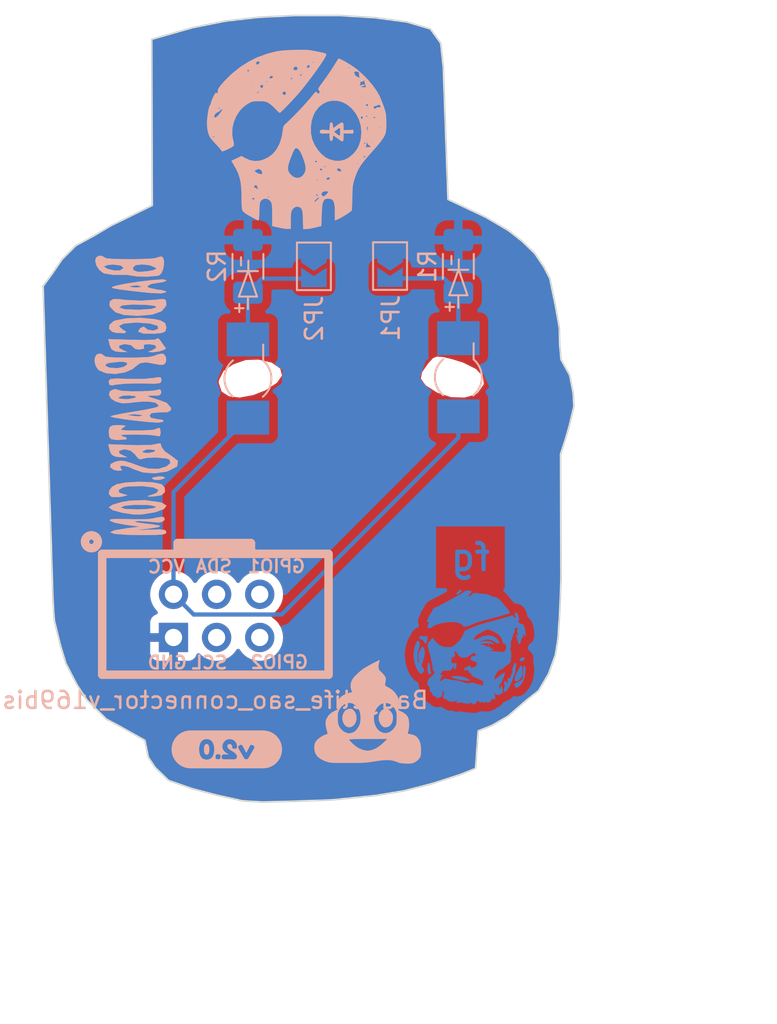
<source format=kicad_pcb>
(kicad_pcb (version 20221018) (generator pcbnew)
  (layers (0 "F.Cu" signal) (31 "B.Cu" signal) (34 "B.Paste" user) (35 "F.Paste" user) (36 "B.SilkS" user "B.Silkscreen") (37 "F.SilkS" user "F.Silkscreen") (38 "B.Mask" user) (39 "F.Mask" user) (44 "Edge.Cuts" user))
  (net 0 "")
  (net 1 "GND")
  (net 2 "+3V3")
  (net 3 "Net-(D1-K)")
  (net 4 "Net-(D2-K)")
  (footprint "local:HankPP_F.Mask" (layer "F.Cu") (at 179.8574 98.5266)
    (fp_text reference "G***" hide)
    (fp_text value "LOGO" hide)
  )
  (footprint "BadgePirates:LED_Osram_Lx_P47F_D2mm_ReverseMount_Proper_Mask Only" (layer "F.Cu") (at 188.849 96.6978 90)
    (fp_text reference "D1" hide)
    (fp_text value "LED")
  )
  (footprint "BadgePiratesLogo:FG_B.Cu" (layer "F.Cu") (at 189.5602 112.3696)
    (fp_text reference "G***" hide)
    (fp_text value "fg")
  )
  (footprint "BadgePirates:Badgelife-SAOv169-BADGE-2x3_Back" (layer "F.Cu") (at 174.2186 110.8202)
    (fp_text reference "X1" hide)
    (fp_text value "Badgelife_sao_connector_v169bis")
  )
  (footprint "BadgePirates:LED_Osram_Lx_P47F_D2mm_ReverseMount_Proper_Mask Only" (layer "F.Cu") (at 176.4538 96.774 90)
    (fp_text reference "D2" hide)
    (fp_text value "LED")
  )
  (footprint "BadgePiratesLogo:BPSkull_Distressed_B.SILK" (layer "F.Cu") (at 179.3494 82.7024)
    (fp_text reference "G***" hide)
    (fp_text value "BP Logo" hide)
  )
  (footprint "BadgePiratesLogo:BadgePiratesURL_B.SLK" (layer "F.Cu") (at 170.5864 97.7646 90)
    (fp_text reference "G***" hide)
    (fp_text value "LOGO" hide)
  )
  (footprint "BadgePiratesLogo:shitty_B.SLK" (layer "F.Cu") (at 183.4388 116.2304)
    (fp_text reference "G***" hide)
    (fp_text value "LOGO" hide)
  )
  (footprint "kibuzzard-62A4E406" (layer "B.Cu") (at 175.2092 118.5926 180)
    (fp_text reference "kibuzzard-62A4E406" hide)
    (fp_text value "G***" hide)
  )
  (footprint "Resistor_SMD:R_1206_3216Metric_Pad1.30x1.75mm_HandSolder" (layer "B.Cu") (at 176.4538 90.17 -90)
    (fp_text reference "R2")
    (fp_text value "68.1")
  )
  (footprint "Jumper:SolderJumper-2_P1.3mm_Open_TrianglePad1.0x1.5mm" (layer "B.Cu") (at 184.825476 90.155298 -90)
    (fp_text reference "JP1")
    (fp_text value "JUMPER-SMT_2_NO" hide)
  )
  (footprint "Resistor_SMD:R_1206_3216Metric_Pad1.30x1.75mm_HandSolder" (layer "B.Cu") (at 188.849 90.17 -90)
    (fp_text reference "R1")
    (fp_text value "68.1")
  )
  (footprint "Jumper:SolderJumper-2_P1.3mm_Open_TrianglePad1.0x1.5mm" (layer "B.Cu") (at 180.34 90.17 -90)
    (fp_text reference "JP2")
    (fp_text value "JUMPER-SMT_2_NO" hide)
  )
  (gr_line (start 170.815 86.5886) (end 170.7896 76.8096) (stroke (width 0.1)) (layer "Edge.Cuts"))
  (gr_line (start 164.9476 90.5764) (end 165.5064 89.7636) (stroke (width 0.1)) (layer "Edge.Cuts"))
  (gr_line (start 193.8782 90.1954) (end 194.2338 90.8812) (stroke (width 0.1)) (layer "Edge.Cuts"))
  (gr_line (start 179.2224 75.4126) (end 181.8894 75.4126) (stroke (width 0.1)) (layer "Edge.Cuts"))
  (gr_line (start 192.6082 88.6968) (end 193.3448 89.408) (stroke (width 0.1)) (layer "Edge.Cuts"))
  (gr_line (start 193.3448 89.408) (end 193.8782 90.1954) (stroke (width 0.1)) (layer "Edge.Cuts"))
  (gr_line (start 170.5864 119.0498) (end 170.3832 118.0592) (stroke (width 0.1)) (layer "Edge.Cuts"))
  (gr_line (start 194.8942 95.6564) (end 195.4022 96.5708) (stroke (width 0.1)) (layer "Edge.Cuts"))
  (gr_line (start 191.77 116.6368) (end 190.8048 117.1956) (stroke (width 0.1)) (layer "Edge.Cuts"))
  (gr_line (start 187.96 78.4352) (end 188.2394 86.233) (stroke (width 0.1)) (layer "Edge.Cuts"))
  (gr_line (start 179.2478 121.6406) (end 177.292 121.6914) (stroke (width 0.1)) (layer "Edge.Cuts"))
  (gr_line (start 174.625 121.285) (end 173.1772 120.904) (stroke (width 0.1)) (layer "Edge.Cuts"))
  (gr_line (start 194.564 92.4814) (end 194.7926 93.7768) (stroke (width 0.1)) (layer "Edge.Cuts"))
  (gr_line (start 170.9928 119.6594) (end 170.5864 119.0498) (stroke (width 0.1)) (layer "Edge.Cuts"))
  (gr_line (start 183.9468 121.3104) (end 181.4068 121.5644) (stroke (width 0.1)) (layer "Edge.Cuts"))
  (gr_line (start 192.8876 115.6716) (end 191.77 116.6368) (stroke (width 0.1)) (layer "Edge.Cuts"))
  (gr_line (start 194.2338 90.8812) (end 194.564 92.4814) (stroke (width 0.1)) (layer "Edge.Cuts"))
  (gr_line (start 171.7802 120.4214) (end 170.9928 119.6594) (stroke (width 0.1)) (layer "Edge.Cuts"))
  (gr_line (start 166.3192 88.9508) (end 167.4368 88.3412) (stroke (width 0.1)) (layer "Edge.Cuts"))
  (gr_line (start 167.4368 88.3412) (end 168.3766 87.7824) (stroke (width 0.1)) (layer "Edge.Cuts"))
  (gr_line (start 173.2026 76.1238) (end 175.1076 75.7428) (stroke (width 0.1)) (layer "Edge.Cuts"))
  (gr_line (start 187.198 76.2) (end 187.8076 77.0382) (stroke (width 0.1)) (layer "Edge.Cuts"))
  (gr_line (start 195.1482 100.3554) (end 194.8688 101.219) (stroke (width 0.1)) (layer "Edge.Cuts"))
  (gr_line (start 195.6054 97.5868) (end 195.6562 98.3996) (stroke (width 0.1)) (layer "Edge.Cuts"))
  (gr_line (start 191.7954 88.0618) (end 192.6082 88.6968) (stroke (width 0.1)) (layer "Edge.Cuts"))
  (gr_line (start 168.9354 117.2464) (end 168.1226 116.8146) (stroke (width 0.1)) (layer "Edge.Cuts"))
  (gr_line (start 164.973 109.855) (end 164.3888 91.3384) (stroke (width 0.1)) (layer "Edge.Cuts"))
  (gr_line (start 195.3768 99.568) (end 195.1482 100.3554) (stroke (width 0.1)) (layer "Edge.Cuts"))
  (gr_line (start 181.4068 121.5644) (end 179.2478 121.6406) (stroke (width 0.1)) (layer "Edge.Cuts"))
  (gr_line (start 170.3832 118.0592) (end 168.9354 117.2464) (stroke (width 0.1)) (layer "Edge.Cuts"))
  (gr_line (start 168.1226 116.8146) (end 166.9796 115.697) (stroke (width 0.1)) (layer "Edge.Cuts"))
  (gr_line (start 194.1576 114.1476) (end 193.5734 115.1382) (stroke (width 0.1)) (layer "Edge.Cuts"))
  (gr_line (start 187.8076 77.0382) (end 187.96 78.4352) (stroke (width 0.1)) (layer "Edge.Cuts"))
  (gr_line (start 194.8942 108.585) (end 194.818 110.5408) (stroke (width 0.1)) (layer "Edge.Cuts"))
  (gr_line (start 173.1772 120.904) (end 171.7802 120.4214) (stroke (width 0.1)) (layer "Edge.Cuts"))
  (gr_line (start 166.9796 115.697) (end 166.3954 114.808) (stroke (width 0.1)) (layer "Edge.Cuts"))
  (gr_line (start 188.2394 86.233) (end 190.4492 87.2744) (stroke (width 0.1)) (layer "Edge.Cuts"))
  (gr_line (start 166.3954 114.808) (end 165.735 113.538) (stroke (width 0.1)) (layer "Edge.Cuts"))
  (gr_line (start 183.9468 75.5396) (end 185.8264 75.7936) (stroke (width 0.1)) (layer "Edge.Cuts"))
  (gr_line (start 165.4048 112.4458) (end 165.0492 110.998) (stroke (width 0.1)) (layer "Edge.Cuts"))
  (gr_line (start 194.818 110.5408) (end 194.7164 112.0902) (stroke (width 0.1)) (layer "Edge.Cuts"))
  (gr_line (start 165.5064 89.7636) (end 166.3192 88.9508) (stroke (width 0.1)) (layer "Edge.Cuts"))
  (gr_line (start 190.0174 117.5004) (end 189.865 119.7102) (stroke (width 0.1)) (layer "Edge.Cuts"))
  (gr_line (start 193.5734 115.1382) (end 192.8876 115.6716) (stroke (width 0.1)) (layer "Edge.Cuts"))
  (gr_line (start 194.818 94.7928) (end 194.8942 95.6564) (stroke (width 0.1)) (layer "Edge.Cuts"))
  (gr_line (start 175.1076 75.7428) (end 177.0888 75.5142) (stroke (width 0.1)) (layer "Edge.Cuts"))
  (gr_line (start 195.4022 96.5708) (end 195.6054 97.5868) (stroke (width 0.1)) (layer "Edge.Cuts"))
  (gr_line (start 194.7926 93.7768) (end 194.818 94.7928) (stroke (width 0.1)) (layer "Edge.Cuts"))
  (gr_line (start 190.4492 87.2744) (end 191.7954 88.0618) (stroke (width 0.1)) (layer "Edge.Cuts"))
  (gr_line (start 168.3766 87.7824) (end 170.815 86.5886) (stroke (width 0.1)) (layer "Edge.Cuts"))
  (gr_line (start 194.7164 112.0902) (end 194.564 113.03) (stroke (width 0.1)) (layer "Edge.Cuts"))
  (gr_line (start 189.865 119.7102) (end 188.976 120.0658) (stroke (width 0.1)) (layer "Edge.Cuts"))
  (gr_line (start 176.1236 121.6152) (end 174.625 121.285) (stroke (width 0.1)) (layer "Edge.Cuts"))
  (gr_line (start 187.325 120.5992) (end 185.6486 121.031) (stroke (width 0.1)) (layer "Edge.Cuts"))
  (gr_line (start 177.292 121.6914) (end 176.1236 121.6152) (stroke (width 0.1)) (layer "Edge.Cuts"))
  (gr_line (start 194.8688 101.219) (end 194.8942 108.585) (stroke (width 0.1)) (layer "Edge.Cuts"))
  (gr_line (start 185.8264 75.7936) (end 187.198 76.2) (stroke (width 0.1)) (layer "Edge.Cuts"))
  (gr_line (start 170.7896 76.8096) (end 173.2026 76.1238) (stroke (width 0.1)) (layer "Edge.Cuts"))
  (gr_line (start 165.0492 110.998) (end 164.973 109.855) (stroke (width 0.1)) (layer "Edge.Cuts"))
  (gr_line (start 190.8048 117.1956) (end 190.0174 117.5004) (stroke (width 0.1)) (layer "Edge.Cuts"))
  (gr_line (start 164.3888 91.3384) (end 164.9476 90.5764) (stroke (width 0.1)) (layer "Edge.Cuts"))
  (gr_line (start 195.6562 98.3996) (end 195.3768 99.568) (stroke (width 0.1)) (layer "Edge.Cuts"))
  (gr_line (start 177.0888 75.5142) (end 179.2224 75.4126) (stroke (width 0.1)) (layer "Edge.Cuts"))
  (gr_line (start 188.976 120.0658) (end 187.325 120.5992) (stroke (width 0.1)) (layer "Edge.Cuts"))
  (gr_line (start 165.735 113.538) (end 165.4048 112.4458) (stroke (width 0.1)) (layer "Edge.Cuts"))
  (gr_line (start 185.6486 121.031) (end 183.9468 121.3104) (stroke (width 0.1)) (layer "Edge.Cuts"))
  (gr_line (start 194.564 113.03) (end 194.1576 114.1476) (stroke (width 0.1)) (layer "Edge.Cuts"))
  (gr_line (start 181.8894 75.4126) (end 183.9468 75.5396) (stroke (width 0.1)) (layer "Edge.Cuts"))
  (segment (start 172.0688 109.4686) (end 173.256911 110.656711) (width 0.25) (layer "B.Cu") (net 2))
  (segment (start 173.256911 110.656711) (end 178.440089 110.656711) (width 0.25) (layer "B.Cu") (net 2))
  (segment (start 172.0688 103.459) (end 176.4538 99.074) (width 0.25) (layer "B.Cu") (net 2))
  (segment (start 172.0688 109.4686) (end 172.0688 103.459) (width 0.25) (layer "B.Cu") (net 2))
  (segment (start 188.849 100.2478) (end 188.849 98.9978) (width 0.25) (layer "B.Cu") (net 2))
  (segment (start 178.440089 110.656711) (end 188.849 100.2478) (width 0.25) (layer "B.Cu") (net 2))
  (segment (start 188.009298 90.880298) (end 184.825476 90.880298) (width 0.25) (layer "B.Cu") (net 3))
  (segment (start 188.849 91.72) (end 188.849 94.3978) (width 0.25) (layer "B.Cu") (net 3))
  (segment (start 188.849 91.72) (end 188.009298 90.880298) (width 0.25) (layer "B.Cu") (net 3))
  (segment (start 177.2788 90.895) (end 180.34 90.895) (width 0.25) (layer "B.Cu") (net 4))
  (segment (start 176.4538 94.474) (end 176.4538 91.72) (width 0.25) (layer "B.Cu") (net 4))
  (segment (start 176.4538 91.72) (end 177.2788 90.895) (width 0.25) (layer "B.Cu") (net 4))
  (zone (net 1) (net_name "GND") (layer "F.Cu") (connect_pads (clearance 0.508)) (min_thickness 0.254) (fill yes (thermal_gap 0.508) (thermal_bridge_width 0.508))
    (polygon (pts (xy 197.231 123.7996) (xy 163.3728 123.952) (xy 161.925 76.5048) (xy 161.8488 74.4982) (xy 197.7136 74.4982)))
  )
  (zone (net 0) (net_name "") (layer "F.Cu") (connect_pads (clearance 0)) (min_thickness 0.254)
    (keepout (tracks allowed) (vias allowed) (pads allowed) (copperpour not_allowed) (footprints allowed))
    (fill (thermal_gap 0.508) (thermal_bridge_width 0.508))
    (polygon (pts (xy 186.9694 97.2058) (xy 186.8932 97.1296) (xy 186.6392 96.774) (xy 186.7154 96.393) (xy 187.071 95.885) (xy 187.3504 95.5802) (xy 187.579 95.4786) (xy 187.9346 95.504) (xy 188.468 95.631) (xy 189.1284 95.8342) (xy 189.8904 96.2152) (xy 190.2968 96.647) (xy 190.3476 97.1042) (xy 190.0174 97.5868) (xy 189.865 97.7138) (xy 189.2046 97.8916) (xy 188.4172 97.8662) (xy 187.6298 97.6122)))
    (polygon (pts (xy 188.1378 95.9358) (xy 187.96 95.9866) (xy 187.706 96.2914) (xy 187.6806 96.4184) (xy 187.579 96.8756) (xy 187.706 97.0534) (xy 188.1632 97.1296) (xy 188.468 97.1296) (xy 188.5442 97.0534) (xy 188.2394 96.774) (xy 188.0616 96.52) (xy 188.341 95.9866)))
  )
  (zone (net 0) (net_name "") (layer "F.Cu") (connect_pads (clearance 0)) (min_thickness 0.254)
    (keepout (tracks allowed) (vias allowed) (pads allowed) (copperpour not_allowed) (footprints allowed))
    (fill (thermal_gap 0.508) (thermal_bridge_width 0.508))
    (polygon (pts (xy 177.8508 95.8342) (xy 178.3588 96.1898) (xy 178.4604 96.5962) (xy 178.1556 97.028) (xy 177.4444 97.4852) (xy 177.165 97.5868) (xy 177.1396 97.1804) (xy 176.5046 96.8248) (xy 176.4792 96.647) (xy 176.9364 96.2406) (xy 176.9872 95.9358) (xy 176.9364 95.885) (xy 176.784 95.8596) (xy 176.4792 95.9358) (xy 176.1236 96.266) (xy 175.895 96.647) (xy 175.8442 97.028) (xy 176.1236 97.3074) (xy 176.6824 97.409) (xy 177.038 97.3836) (xy 177.1396 97.282) (xy 177.165 97.5868) (xy 176.784 97.7392) (xy 175.9712 97.8916) (xy 175.3362 97.8154) (xy 174.9044 97.536) (xy 174.7266 97.0026) (xy 174.752 96.8502) (xy 175.0314 96.3168) (xy 175.5902 95.9358) (xy 176.3268 95.6818) (xy 177.0634 95.6564)))
  )
  (zone (net 0) (net_name "") (layer "B.Cu") (connect_pads (clearance 0)) (min_thickness 0.254)
    (keepout (tracks allowed) (vias allowed) (pads allowed) (copperpour not_allowed) (footprints allowed))
    (fill (thermal_gap 0.508) (thermal_bridge_width 0.508))
    (polygon (pts (xy 188.7982 95.5548) (xy 190.119 96.0628) (xy 190.6778 97.282) (xy 190.0936 97.8408) (xy 189.0014 97.8154) (xy 187.833 97.8154) (xy 187.071 97.3582) (xy 186.563 96.7486) (xy 186.944 95.7072) (xy 187.2742 95.5294)))
  )
  (zone (net 0) (net_name "") (layer "B.Cu") (connect_pads (clearance 0)) (min_thickness 0.254)
    (keepout (tracks allowed) (vias allowed) (pads allowed) (copperpour not_allowed) (footprints allowed))
    (fill (thermal_gap 0.508) (thermal_bridge_width 0.508))
    (polygon (pts (xy 177.8508 95.8342) (xy 178.5112 96.266) (xy 178.435 97.0534) (xy 177.5206 97.7392) (xy 176.784 97.917) (xy 176.276 97.9678) (xy 175.4124 97.8916) (xy 174.8536 97.6376) (xy 174.625 96.9264) (xy 174.9298 96.1644) (xy 174.9298 96.139) (xy 175.7426 95.6564) (xy 176.784 95.6056)))
  )
  (zone (net 1) (net_name "GND") (layer "B.Cu") (connect_pads (clearance 0.508)) (min_thickness 0.254) (fill yes (thermal_gap 0.508) (thermal_bridge_width 0.508))
    (polygon (pts (xy 189.5348 76.1238) (xy 189.611 85.7758) (xy 195.1736 90.3224) (xy 196.5452 100.076) (xy 195.072 115.5192) (xy 191.2874 118.237) (xy 191.008 120.015) (xy 180.4416 122.1994) (xy 170.3578 120.6754) (xy 169.545 118.1862) (xy 165.7096 115.3668) (xy 164.6174 110.871) (xy 164.0332 90.2208) (xy 170.0276 86.0552) (xy 169.9768 81.1784) (xy 169.6466 76.581) (xy 180.1622 74.676)))
  )
)
</source>
